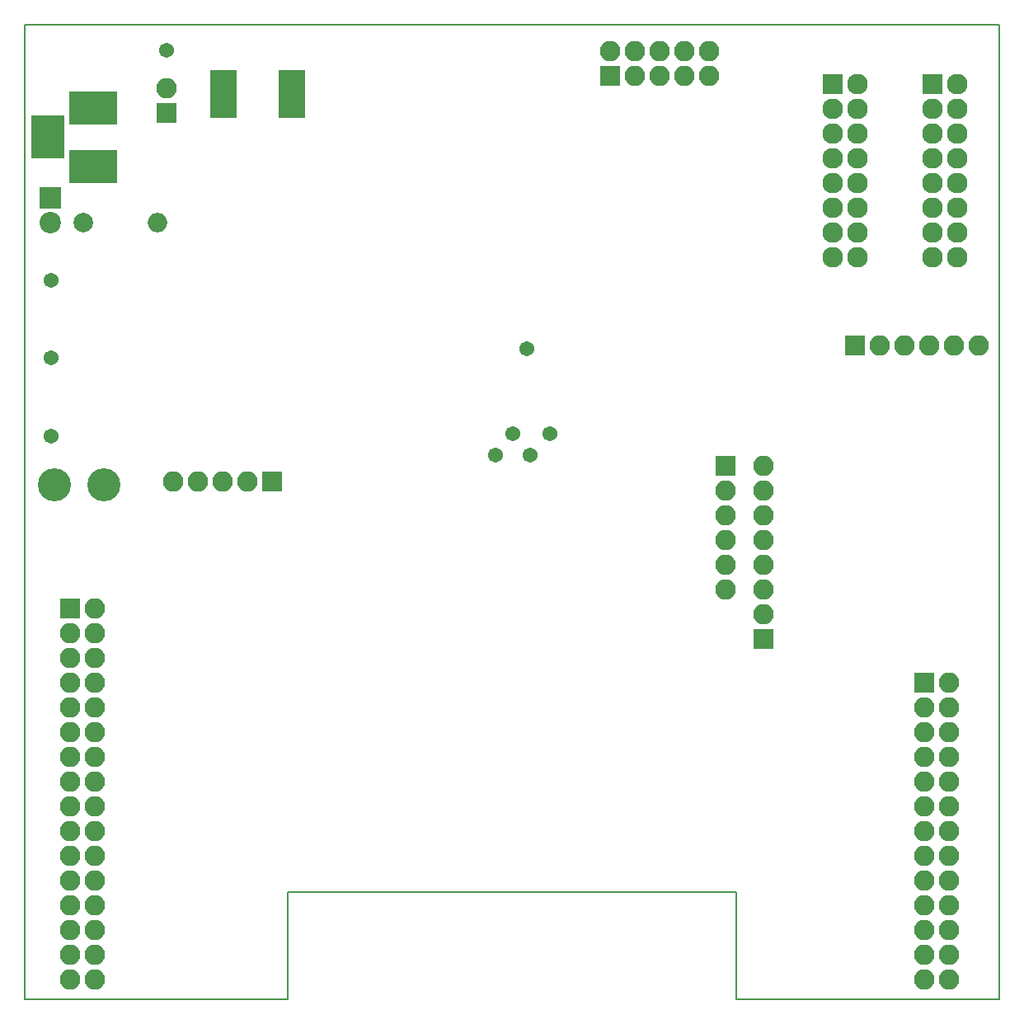
<source format=gbr>
G04 #@! TF.FileFunction,Soldermask,Bot*
%FSLAX46Y46*%
G04 Gerber Fmt 4.6, Leading zero omitted, Abs format (unit mm)*
G04 Created by KiCad (PCBNEW 4.0.7-e1-6374~58~ubuntu17.04.1) date Tue Aug  1 22:36:46 2017*
%MOMM*%
%LPD*%
G01*
G04 APERTURE LIST*
%ADD10C,0.100000*%
%ADD11C,0.150000*%
%ADD12C,3.400000*%
%ADD13C,1.543000*%
%ADD14R,2.127200X2.127200*%
%ADD15O,2.127200X2.127200*%
%ADD16R,2.200000X2.200000*%
%ADD17C,2.200000*%
%ADD18R,3.400000X4.400000*%
%ADD19R,4.900000X3.400000*%
%ADD20R,2.100000X2.100000*%
%ADD21O,2.100000X2.100000*%
%ADD22C,2.000000*%
%ADD23O,2.000000X2.000000*%
%ADD24R,2.700000X5.000000*%
G04 APERTURE END LIST*
D10*
D11*
X77000000Y-139000000D02*
X77000000Y-150000000D01*
X123000000Y-139000000D02*
X77000000Y-139000000D01*
X123000000Y-150000000D02*
X123000000Y-139000000D01*
X123000000Y-150000000D02*
X150000000Y-150000000D01*
X50000000Y-150000000D02*
X77000000Y-150000000D01*
X150000000Y-50000000D02*
X150000000Y-150000000D01*
X50000000Y-50000000D02*
X50000000Y-150000000D01*
X50000000Y-50000000D02*
X150000000Y-50000000D01*
D12*
X58100000Y-97200000D03*
X53020000Y-97200000D03*
D13*
X101900000Y-94200000D03*
X52700000Y-92200000D03*
D14*
X132960000Y-56100000D03*
D15*
X135500000Y-56100000D03*
X132960000Y-58640000D03*
X135500000Y-58640000D03*
X132960000Y-61180000D03*
X135500000Y-61180000D03*
X132960000Y-63720000D03*
X135500000Y-63720000D03*
X132960000Y-66260000D03*
X135500000Y-66260000D03*
X132960000Y-68800000D03*
X135500000Y-68800000D03*
X132960000Y-71340000D03*
X135500000Y-71340000D03*
X132960000Y-73880000D03*
X135500000Y-73880000D03*
D16*
X52600000Y-67760000D03*
D17*
X52600000Y-70300000D03*
D18*
X52300000Y-61500000D03*
D19*
X57000000Y-58500000D03*
X57000000Y-64500000D03*
D14*
X143160000Y-56100000D03*
D15*
X145700000Y-56100000D03*
X143160000Y-58640000D03*
X145700000Y-58640000D03*
X143160000Y-61180000D03*
X145700000Y-61180000D03*
X143160000Y-63720000D03*
X145700000Y-63720000D03*
X143160000Y-66260000D03*
X145700000Y-66260000D03*
X143160000Y-68800000D03*
X145700000Y-68800000D03*
X143160000Y-71340000D03*
X145700000Y-71340000D03*
X143160000Y-73880000D03*
X145700000Y-73880000D03*
D20*
X142300000Y-117500000D03*
D21*
X144840000Y-117500000D03*
X142300000Y-120040000D03*
X144840000Y-120040000D03*
X142300000Y-122580000D03*
X144840000Y-122580000D03*
X142300000Y-125120000D03*
X144840000Y-125120000D03*
X142300000Y-127660000D03*
X144840000Y-127660000D03*
X142300000Y-130200000D03*
X144840000Y-130200000D03*
X142300000Y-132740000D03*
X144840000Y-132740000D03*
X142300000Y-135280000D03*
X144840000Y-135280000D03*
X142300000Y-137820000D03*
X144840000Y-137820000D03*
X142300000Y-140360000D03*
X144840000Y-140360000D03*
X142300000Y-142900000D03*
X144840000Y-142900000D03*
X142300000Y-145440000D03*
X144840000Y-145440000D03*
X142300000Y-147980000D03*
X144840000Y-147980000D03*
D20*
X125800000Y-113060000D03*
D21*
X125800000Y-110520000D03*
X125800000Y-107980000D03*
X125800000Y-105440000D03*
X125800000Y-102900000D03*
X125800000Y-100360000D03*
X125800000Y-97820000D03*
X125800000Y-95280000D03*
D20*
X135180000Y-82900000D03*
D21*
X137720000Y-82900000D03*
X140260000Y-82900000D03*
X142800000Y-82900000D03*
X145340000Y-82900000D03*
X147880000Y-82900000D03*
D20*
X54600000Y-109880000D03*
D21*
X57140000Y-109880000D03*
X54600000Y-112420000D03*
X57140000Y-112420000D03*
X54600000Y-114960000D03*
X57140000Y-114960000D03*
X54600000Y-117500000D03*
X57140000Y-117500000D03*
X54600000Y-120040000D03*
X57140000Y-120040000D03*
X54600000Y-122580000D03*
X57140000Y-122580000D03*
X54600000Y-125120000D03*
X57140000Y-125120000D03*
X54600000Y-127660000D03*
X57140000Y-127660000D03*
X54600000Y-130200000D03*
X57140000Y-130200000D03*
X54600000Y-132740000D03*
X57140000Y-132740000D03*
X54600000Y-135280000D03*
X57140000Y-135280000D03*
X54600000Y-137820000D03*
X57140000Y-137820000D03*
X54600000Y-140360000D03*
X57140000Y-140360000D03*
X54600000Y-142900000D03*
X57140000Y-142900000D03*
X54600000Y-145440000D03*
X57140000Y-145440000D03*
X54600000Y-147980000D03*
X57140000Y-147980000D03*
D20*
X121900000Y-95280000D03*
D21*
X121900000Y-97820000D03*
X121900000Y-100360000D03*
X121900000Y-102900000D03*
X121900000Y-105440000D03*
X121900000Y-107980000D03*
D20*
X75380000Y-96900000D03*
D21*
X72840000Y-96900000D03*
X70300000Y-96900000D03*
X67760000Y-96900000D03*
X65220000Y-96900000D03*
D20*
X64500000Y-59000000D03*
D21*
X64500000Y-56460000D03*
D22*
X56000000Y-70300000D03*
D23*
X63620000Y-70300000D03*
D13*
X64500000Y-52600000D03*
X52700000Y-76200000D03*
X52700000Y-84200000D03*
X103900000Y-92000000D03*
X100100000Y-92000000D03*
X98300000Y-94200000D03*
X101500000Y-83200000D03*
D20*
X110080000Y-55200000D03*
D21*
X110080000Y-52660000D03*
X112620000Y-55200000D03*
X112620000Y-52660000D03*
X115160000Y-55200000D03*
X115160000Y-52660000D03*
X117700000Y-55200000D03*
X117700000Y-52660000D03*
X120240000Y-55200000D03*
X120240000Y-52660000D03*
D24*
X70400000Y-57100000D03*
X77400000Y-57100000D03*
M02*

</source>
